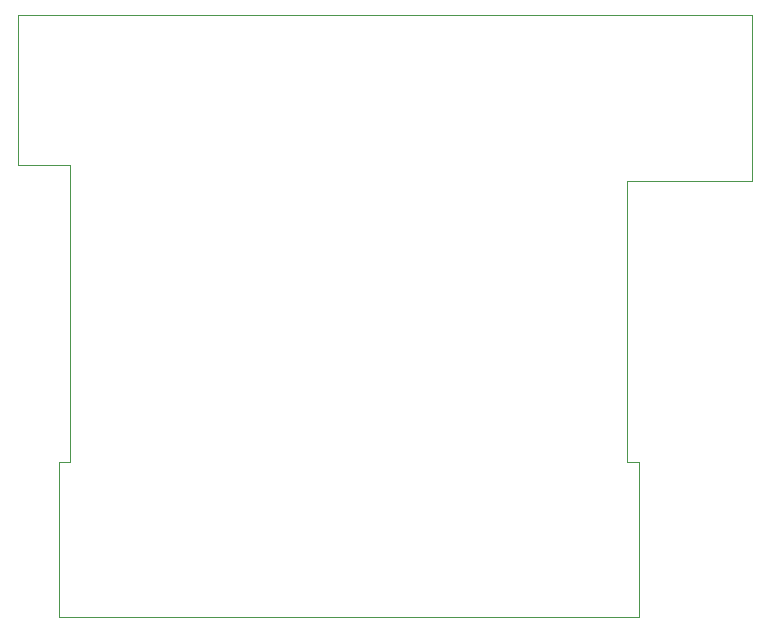
<source format=gbr>
%TF.GenerationSoftware,KiCad,Pcbnew,(6.0.2)*%
%TF.CreationDate,2022-08-06T21:19:04-05:00*%
%TF.ProjectId,CP RSF,43502052-5346-42e6-9b69-6361645f7063,rev?*%
%TF.SameCoordinates,Original*%
%TF.FileFunction,Profile,NP*%
%FSLAX46Y46*%
G04 Gerber Fmt 4.6, Leading zero omitted, Abs format (unit mm)*
G04 Created by KiCad (PCBNEW (6.0.2)) date 2022-08-06 21:19:04*
%MOMM*%
%LPD*%
G01*
G04 APERTURE LIST*
%TA.AperFunction,Profile*%
%ADD10C,0.002000*%
%TD*%
G04 APERTURE END LIST*
D10*
X164524000Y-113269300D02*
X164524000Y-89519300D01*
X117374000Y-113269300D02*
X117374000Y-88169300D01*
X112974000Y-75419300D02*
X175074000Y-75419300D01*
X165524000Y-126419300D02*
X116374000Y-126419300D01*
X165524000Y-113269300D02*
X165524000Y-126419300D01*
X117374000Y-113269300D02*
X116374000Y-113269300D01*
X117374000Y-88169300D02*
X112974000Y-88169300D01*
X116374000Y-113269300D02*
X116374000Y-126419300D01*
X165524000Y-113269300D02*
X164524000Y-113269300D01*
X164524000Y-89519300D02*
X175074000Y-89519300D01*
X175074000Y-75419300D02*
X175074000Y-89519300D01*
X112974000Y-88169300D02*
X112974000Y-75419300D01*
M02*

</source>
